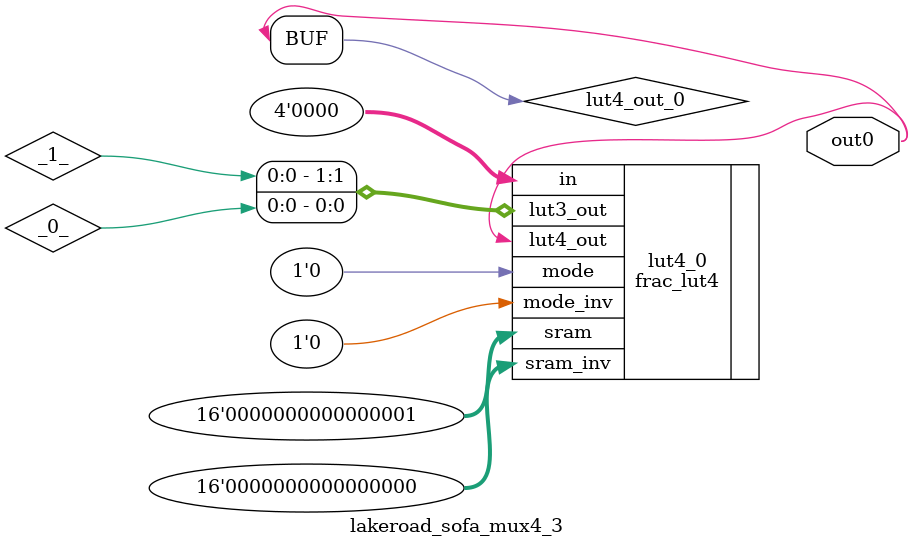
<source format=v>

/* Generated by Yosys 0.19 (git sha1 a45c131b37c, clang 13.1.6 -fPIC -Os) */

module lakeroad_sofa_mux4_3(out0);
  wire _0_;
  wire _1_;
  wire lut4_out_0;
  output out0;
  wire out0;
  frac_lut4 lut4_0 (
    .in(4'h0),
    .lut3_out({ _1_, _0_ }),
    .lut4_out(out0),
    .mode(1'h0),
    .mode_inv(1'h0),
    .sram(16'h0001),
    .sram_inv(16'h0000)
  );
  assign lut4_out_0 = out0;
endmodule


</source>
